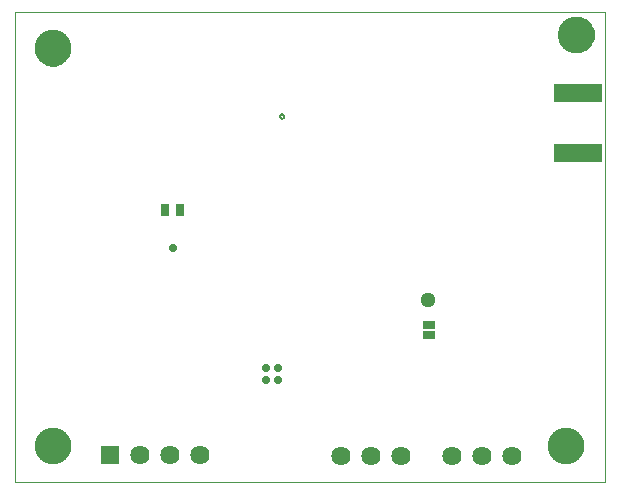
<source format=gbs>
G75*
G70*
%OFA0B0*%
%FSLAX24Y24*%
%IPPOS*%
%LPD*%
%AMOC8*
5,1,8,0,0,1.08239X$1,22.5*
%
%ADD10C,0.0000*%
%ADD11C,0.1221*%
%ADD12C,0.0080*%
%ADD13R,0.1640X0.0640*%
%ADD14R,0.0290X0.0410*%
%ADD15C,0.0640*%
%ADD16R,0.0640X0.0640*%
%ADD17R,0.0410X0.0290*%
%ADD18C,0.0280*%
%ADD19C,0.0512*%
D10*
X000671Y003960D02*
X020356Y003960D01*
X020356Y019645D01*
X000671Y019645D01*
X000671Y003960D01*
X001343Y005184D02*
X001345Y005232D01*
X001351Y005280D01*
X001361Y005327D01*
X001374Y005373D01*
X001392Y005418D01*
X001412Y005462D01*
X001437Y005504D01*
X001465Y005543D01*
X001495Y005580D01*
X001529Y005614D01*
X001566Y005646D01*
X001604Y005675D01*
X001645Y005700D01*
X001688Y005722D01*
X001733Y005740D01*
X001779Y005754D01*
X001826Y005765D01*
X001874Y005772D01*
X001922Y005775D01*
X001970Y005774D01*
X002018Y005769D01*
X002066Y005760D01*
X002112Y005748D01*
X002157Y005731D01*
X002201Y005711D01*
X002243Y005688D01*
X002283Y005661D01*
X002321Y005631D01*
X002356Y005598D01*
X002388Y005562D01*
X002418Y005524D01*
X002444Y005483D01*
X002466Y005440D01*
X002486Y005396D01*
X002501Y005351D01*
X002513Y005304D01*
X002521Y005256D01*
X002525Y005208D01*
X002525Y005160D01*
X002521Y005112D01*
X002513Y005064D01*
X002501Y005017D01*
X002486Y004972D01*
X002466Y004928D01*
X002444Y004885D01*
X002418Y004844D01*
X002388Y004806D01*
X002356Y004770D01*
X002321Y004737D01*
X002283Y004707D01*
X002243Y004680D01*
X002201Y004657D01*
X002157Y004637D01*
X002112Y004620D01*
X002066Y004608D01*
X002018Y004599D01*
X001970Y004594D01*
X001922Y004593D01*
X001874Y004596D01*
X001826Y004603D01*
X001779Y004614D01*
X001733Y004628D01*
X001688Y004646D01*
X001645Y004668D01*
X001604Y004693D01*
X001566Y004722D01*
X001529Y004754D01*
X001495Y004788D01*
X001465Y004825D01*
X001437Y004864D01*
X001412Y004906D01*
X001392Y004950D01*
X001374Y004995D01*
X001361Y005041D01*
X001351Y005088D01*
X001345Y005136D01*
X001343Y005184D01*
X001343Y018434D02*
X001345Y018482D01*
X001351Y018530D01*
X001361Y018577D01*
X001374Y018623D01*
X001392Y018668D01*
X001412Y018712D01*
X001437Y018754D01*
X001465Y018793D01*
X001495Y018830D01*
X001529Y018864D01*
X001566Y018896D01*
X001604Y018925D01*
X001645Y018950D01*
X001688Y018972D01*
X001733Y018990D01*
X001779Y019004D01*
X001826Y019015D01*
X001874Y019022D01*
X001922Y019025D01*
X001970Y019024D01*
X002018Y019019D01*
X002066Y019010D01*
X002112Y018998D01*
X002157Y018981D01*
X002201Y018961D01*
X002243Y018938D01*
X002283Y018911D01*
X002321Y018881D01*
X002356Y018848D01*
X002388Y018812D01*
X002418Y018774D01*
X002444Y018733D01*
X002466Y018690D01*
X002486Y018646D01*
X002501Y018601D01*
X002513Y018554D01*
X002521Y018506D01*
X002525Y018458D01*
X002525Y018410D01*
X002521Y018362D01*
X002513Y018314D01*
X002501Y018267D01*
X002486Y018222D01*
X002466Y018178D01*
X002444Y018135D01*
X002418Y018094D01*
X002388Y018056D01*
X002356Y018020D01*
X002321Y017987D01*
X002283Y017957D01*
X002243Y017930D01*
X002201Y017907D01*
X002157Y017887D01*
X002112Y017870D01*
X002066Y017858D01*
X002018Y017849D01*
X001970Y017844D01*
X001922Y017843D01*
X001874Y017846D01*
X001826Y017853D01*
X001779Y017864D01*
X001733Y017878D01*
X001688Y017896D01*
X001645Y017918D01*
X001604Y017943D01*
X001566Y017972D01*
X001529Y018004D01*
X001495Y018038D01*
X001465Y018075D01*
X001437Y018114D01*
X001412Y018156D01*
X001392Y018200D01*
X001374Y018245D01*
X001361Y018291D01*
X001351Y018338D01*
X001345Y018386D01*
X001343Y018434D01*
X018443Y005184D02*
X018445Y005232D01*
X018451Y005280D01*
X018461Y005327D01*
X018474Y005373D01*
X018492Y005418D01*
X018512Y005462D01*
X018537Y005504D01*
X018565Y005543D01*
X018595Y005580D01*
X018629Y005614D01*
X018666Y005646D01*
X018704Y005675D01*
X018745Y005700D01*
X018788Y005722D01*
X018833Y005740D01*
X018879Y005754D01*
X018926Y005765D01*
X018974Y005772D01*
X019022Y005775D01*
X019070Y005774D01*
X019118Y005769D01*
X019166Y005760D01*
X019212Y005748D01*
X019257Y005731D01*
X019301Y005711D01*
X019343Y005688D01*
X019383Y005661D01*
X019421Y005631D01*
X019456Y005598D01*
X019488Y005562D01*
X019518Y005524D01*
X019544Y005483D01*
X019566Y005440D01*
X019586Y005396D01*
X019601Y005351D01*
X019613Y005304D01*
X019621Y005256D01*
X019625Y005208D01*
X019625Y005160D01*
X019621Y005112D01*
X019613Y005064D01*
X019601Y005017D01*
X019586Y004972D01*
X019566Y004928D01*
X019544Y004885D01*
X019518Y004844D01*
X019488Y004806D01*
X019456Y004770D01*
X019421Y004737D01*
X019383Y004707D01*
X019343Y004680D01*
X019301Y004657D01*
X019257Y004637D01*
X019212Y004620D01*
X019166Y004608D01*
X019118Y004599D01*
X019070Y004594D01*
X019022Y004593D01*
X018974Y004596D01*
X018926Y004603D01*
X018879Y004614D01*
X018833Y004628D01*
X018788Y004646D01*
X018745Y004668D01*
X018704Y004693D01*
X018666Y004722D01*
X018629Y004754D01*
X018595Y004788D01*
X018565Y004825D01*
X018537Y004864D01*
X018512Y004906D01*
X018492Y004950D01*
X018474Y004995D01*
X018461Y005041D01*
X018451Y005088D01*
X018445Y005136D01*
X018443Y005184D01*
X018793Y018884D02*
X018795Y018932D01*
X018801Y018980D01*
X018811Y019027D01*
X018824Y019073D01*
X018842Y019118D01*
X018862Y019162D01*
X018887Y019204D01*
X018915Y019243D01*
X018945Y019280D01*
X018979Y019314D01*
X019016Y019346D01*
X019054Y019375D01*
X019095Y019400D01*
X019138Y019422D01*
X019183Y019440D01*
X019229Y019454D01*
X019276Y019465D01*
X019324Y019472D01*
X019372Y019475D01*
X019420Y019474D01*
X019468Y019469D01*
X019516Y019460D01*
X019562Y019448D01*
X019607Y019431D01*
X019651Y019411D01*
X019693Y019388D01*
X019733Y019361D01*
X019771Y019331D01*
X019806Y019298D01*
X019838Y019262D01*
X019868Y019224D01*
X019894Y019183D01*
X019916Y019140D01*
X019936Y019096D01*
X019951Y019051D01*
X019963Y019004D01*
X019971Y018956D01*
X019975Y018908D01*
X019975Y018860D01*
X019971Y018812D01*
X019963Y018764D01*
X019951Y018717D01*
X019936Y018672D01*
X019916Y018628D01*
X019894Y018585D01*
X019868Y018544D01*
X019838Y018506D01*
X019806Y018470D01*
X019771Y018437D01*
X019733Y018407D01*
X019693Y018380D01*
X019651Y018357D01*
X019607Y018337D01*
X019562Y018320D01*
X019516Y018308D01*
X019468Y018299D01*
X019420Y018294D01*
X019372Y018293D01*
X019324Y018296D01*
X019276Y018303D01*
X019229Y018314D01*
X019183Y018328D01*
X019138Y018346D01*
X019095Y018368D01*
X019054Y018393D01*
X019016Y018422D01*
X018979Y018454D01*
X018945Y018488D01*
X018915Y018525D01*
X018887Y018564D01*
X018862Y018606D01*
X018842Y018650D01*
X018824Y018695D01*
X018811Y018741D01*
X018801Y018788D01*
X018795Y018836D01*
X018793Y018884D01*
D11*
X019384Y018884D03*
X019034Y005184D03*
X001934Y005184D03*
X001934Y018434D03*
D12*
X009513Y016154D02*
X009515Y016170D01*
X009521Y016186D01*
X009530Y016200D01*
X009542Y016211D01*
X009556Y016219D01*
X009572Y016224D01*
X009588Y016225D01*
X009604Y016222D01*
X009619Y016215D01*
X009633Y016206D01*
X009643Y016193D01*
X009651Y016178D01*
X009655Y016162D01*
X009655Y016146D01*
X009651Y016130D01*
X009643Y016115D01*
X009633Y016102D01*
X009620Y016093D01*
X009604Y016086D01*
X009588Y016083D01*
X009572Y016084D01*
X009556Y016089D01*
X009542Y016097D01*
X009530Y016108D01*
X009521Y016122D01*
X009515Y016138D01*
X009513Y016154D01*
D13*
X019434Y016944D03*
X019434Y014944D03*
D14*
X006184Y013034D03*
X005684Y013034D03*
D15*
X005834Y004884D03*
X004834Y004884D03*
X006834Y004884D03*
X011534Y004834D03*
X012534Y004834D03*
X013534Y004834D03*
X015234Y004834D03*
X016234Y004834D03*
X017234Y004834D03*
D16*
X003834Y004884D03*
D17*
X014484Y008873D03*
X014484Y009204D03*
D18*
X009434Y007784D03*
X009034Y007784D03*
X009034Y007384D03*
X009434Y007384D03*
X005934Y011784D03*
D19*
X014434Y010034D03*
M02*

</source>
